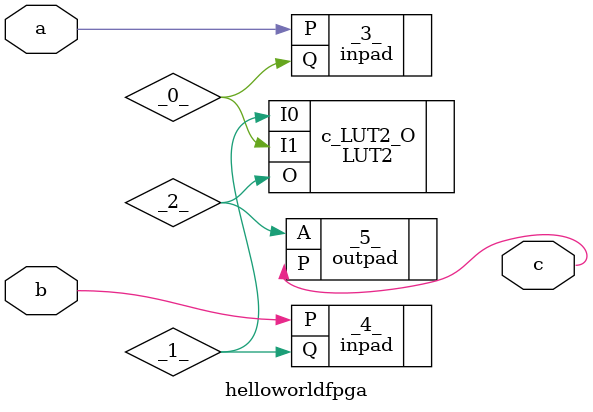
<source format=v>
/* Generated by Yosys 0.9+2406 (git sha1 ca763e6d5, gcc 12.2.0-14+deb12u1 -fPIC -Os) */

(* top =  1  *)
(* src = "/sdcard/vaman/fpga/setup/codes/blink/helloworldfpga.v:42.1-49.10" *)
module helloworldfpga(a, b, c);
  wire _0_;
  wire _1_;
  wire _2_;
  (* src = "/sdcard/vaman/fpga/setup/codes/blink/helloworldfpga.v:43.8-43.9" *)
  input a;
  (* src = "/sdcard/vaman/fpga/setup/codes/blink/helloworldfpga.v:44.8-44.9" *)
  input b;
  (* src = "/sdcard/vaman/fpga/setup/codes/blink/helloworldfpga.v:45.9-45.10" *)
  output c;
  (* keep = 32'd1 *)
  inpad #(
    .IO_LOC({0{1'b0}}),
    .IO_PAD({0{1'b0}}),
    .IO_TYPE({0{1'b0}})
  ) _3_ (
    .P(a),
    .Q(_0_)
  );
  (* keep = 32'd1 *)
  inpad #(
    .IO_LOC("X14Y3"),
    .IO_PAD("64"),
    .IO_TYPE("BIDIR")
  ) _4_ (
    .P(b),
    .Q(_1_)
  );
  (* keep = 32'd1 *)
  outpad #(
    .IO_LOC("X16Y3"),
    .IO_PAD("62"),
    .IO_TYPE("BIDIR")
  ) _5_ (
    .A(_2_),
    .P(c)
  );
  (* module_not_derived = 32'd1 *)
  (* src = "/root/symbiflow/bin/../share/yosys/quicklogic/pp3_lut_map.v:32.63-32.110" *)
  LUT2 #(
    .EQN("(I0*~I1)+(~I0*I1)"),
    .INIT(4'h6)
  ) c_LUT2_O (
    .I0(_1_),
    .I1(_0_),
    .O(_2_)
  );
endmodule

</source>
